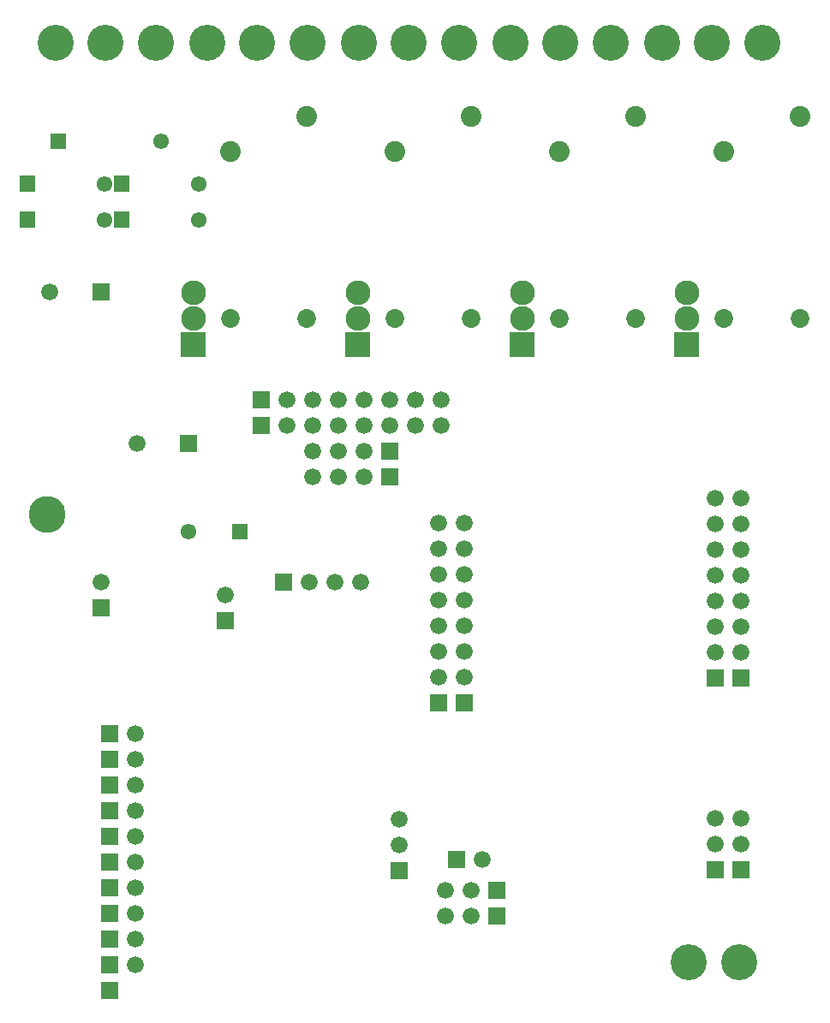
<source format=gbr>
G04 start of page 7 for group -4062 idx -4062 *
G04 Title: (unknown), soldermask *
G04 Creator: pcb 4.1.3 *
G04 CreationDate: Fri Aug 16 20:44:32 2019 UTC *
G04 For: leha *
G04 Format: Gerber/RS-274X *
G04 PCB-Dimensions (mil): 3149.61 3937.01 *
G04 PCB-Coordinate-Origin: lower left *
%MOIN*%
%FSLAX25Y25*%
%LNBOTTOMMASK*%
%ADD98C,0.1438*%
%ADD97C,0.0960*%
%ADD96C,0.0808*%
%ADD95C,0.0729*%
%ADD94C,0.0610*%
%ADD93C,0.1400*%
%ADD92C,0.0001*%
%ADD91C,0.0660*%
G54D91*X168000Y149701D03*
Y159701D03*
Y169701D03*
Y179701D03*
G54D92*G36*
X164700Y123001D02*Y116401D01*
X171300D01*
Y123001D01*
X164700D01*
G37*
G54D91*X168000Y129701D03*
Y139701D03*
Y189701D03*
X178000D03*
G54D92*G36*
X174700Y123001D02*Y116401D01*
X181300D01*
Y123001D01*
X174700D01*
G37*
G54D91*X178000Y129701D03*
Y139701D03*
Y149701D03*
Y159701D03*
Y169701D03*
Y179701D03*
G54D92*G36*
X272200Y132501D02*Y125901D01*
X278800D01*
Y132501D01*
X272200D01*
G37*
G54D91*X275500Y139201D03*
Y149201D03*
Y159201D03*
Y169201D03*
Y179201D03*
Y189201D03*
Y199201D03*
X285500D03*
G54D92*G36*
X282200Y132501D02*Y125901D01*
X288800D01*
Y132501D01*
X282200D01*
G37*
G54D91*X285500Y139201D03*
Y149201D03*
Y159201D03*
Y169201D03*
Y179201D03*
Y189201D03*
G54D92*G36*
X187200Y40001D02*Y33401D01*
X193800D01*
Y40001D01*
X187200D01*
G37*
G36*
Y50001D02*Y43401D01*
X193800D01*
Y50001D01*
X187200D01*
G37*
G54D91*X180500Y36701D03*
X170500D03*
G54D92*G36*
X171700Y62001D02*Y55401D01*
X178300D01*
Y62001D01*
X171700D01*
G37*
G54D91*X185000Y58701D03*
X180500Y46701D03*
X170500D03*
G54D93*X285000Y18701D03*
X265300D03*
G54D92*G36*
X272200Y58001D02*Y51401D01*
X278800D01*
Y58001D01*
X272200D01*
G37*
G54D91*X275500Y64701D03*
Y74701D03*
G54D92*G36*
X282200Y58001D02*Y51401D01*
X288800D01*
Y58001D01*
X282200D01*
G37*
G54D91*X285500Y64701D03*
Y74701D03*
G54D92*G36*
X104200Y170001D02*Y163401D01*
X110800D01*
Y170001D01*
X104200D01*
G37*
G54D91*X117500Y166701D03*
X127500D03*
X137500D03*
G54D92*G36*
X81700Y155001D02*Y148401D01*
X88300D01*
Y155001D01*
X81700D01*
G37*
G54D91*X85000Y161701D03*
G54D92*G36*
X87550Y189251D02*Y183151D01*
X93650D01*
Y189251D01*
X87550D01*
G37*
G36*
X33200Y160001D02*Y153401D01*
X39800D01*
Y160001D01*
X33200D01*
G37*
G36*
X36700Y111001D02*Y104401D01*
X43300D01*
Y111001D01*
X36700D01*
G37*
G54D91*X50000Y107701D03*
G54D92*G36*
X36700Y101001D02*Y94401D01*
X43300D01*
Y101001D01*
X36700D01*
G37*
G54D94*X70600Y186201D03*
G54D92*G36*
X36700Y41001D02*Y34401D01*
X43300D01*
Y41001D01*
X36700D01*
G37*
G54D91*X50000Y37701D03*
G54D92*G36*
X36700Y51001D02*Y44401D01*
X43300D01*
Y51001D01*
X36700D01*
G37*
G54D91*X50000Y47701D03*
Y97701D03*
Y87701D03*
Y77701D03*
Y67701D03*
Y57701D03*
G54D92*G36*
X36700Y91001D02*Y84401D01*
X43300D01*
Y91001D01*
X36700D01*
G37*
G36*
Y81001D02*Y74401D01*
X43300D01*
Y81001D01*
X36700D01*
G37*
G36*
Y71001D02*Y64401D01*
X43300D01*
Y71001D01*
X36700D01*
G37*
G36*
Y61001D02*Y54401D01*
X43300D01*
Y61001D01*
X36700D01*
G37*
G36*
Y31001D02*Y24401D01*
X43300D01*
Y31001D01*
X36700D01*
G37*
G54D91*X50000Y27701D03*
G54D92*G36*
X36700Y21001D02*Y14401D01*
X43300D01*
Y21001D01*
X36700D01*
G37*
G54D91*X50000Y17701D03*
G54D92*G36*
X36700Y11001D02*Y4401D01*
X43300D01*
Y11001D01*
X36700D01*
G37*
G36*
X145700Y211001D02*Y204401D01*
X152300D01*
Y211001D01*
X145700D01*
G37*
G54D91*X139000Y207701D03*
G54D92*G36*
X145700Y221001D02*Y214401D01*
X152300D01*
Y221001D01*
X145700D01*
G37*
G54D91*X139000Y217701D03*
X129000Y207701D03*
X119000D03*
X129000Y217701D03*
X119000D03*
G54D92*G36*
X149200Y57501D02*Y50901D01*
X155800D01*
Y57501D01*
X149200D01*
G37*
G54D91*X152500Y64201D03*
Y74201D03*
X149000Y227701D03*
X159000D03*
X169000D03*
G54D92*G36*
X95700Y231001D02*Y224401D01*
X102300D01*
Y231001D01*
X95700D01*
G37*
G54D91*X109000Y227701D03*
G54D92*G36*
X95700Y241001D02*Y234401D01*
X102300D01*
Y241001D01*
X95700D01*
G37*
G54D91*X109000Y237701D03*
X119000Y227701D03*
X129000D03*
X139000D03*
X119000Y237701D03*
G54D95*X116500Y269201D03*
G54D91*X129000Y237701D03*
X36500Y166701D03*
G54D92*G36*
X67200Y224001D02*Y217401D01*
X73800D01*
Y224001D01*
X67200D01*
G37*
G54D93*X78000Y376701D03*
X97400D03*
X116800D03*
X137000D03*
X156400D03*
X175800D03*
G54D96*X150972Y334161D03*
X180500Y347941D03*
G54D94*X74500Y307701D03*
G54D96*X86972Y334161D03*
X116500Y347941D03*
G54D94*X74500Y321701D03*
G54D93*X196000Y376701D03*
X215400D03*
X234800D03*
X255000D03*
X274400D03*
X293800D03*
G54D95*X278972Y269201D03*
X308500D03*
G54D96*X278972Y334161D03*
X214972D03*
X308500Y347941D03*
X244500D03*
G54D95*X214972Y269201D03*
X244500D03*
G54D92*G36*
X259700Y264001D02*Y254401D01*
X269300D01*
Y264001D01*
X259700D01*
G37*
G54D97*X264500Y269201D03*
Y279201D03*
G54D91*X139000Y237701D03*
G54D92*G36*
X131700Y264001D02*Y254401D01*
X141300D01*
Y264001D01*
X131700D01*
G37*
G54D97*X136500Y269201D03*
Y279201D03*
G54D95*X150972Y269201D03*
G54D91*X149000Y237701D03*
X159000D03*
X169000D03*
G54D95*X180500Y269201D03*
G54D92*G36*
X195700Y264001D02*Y254401D01*
X205300D01*
Y264001D01*
X195700D01*
G37*
G54D97*X200500Y269201D03*
Y279201D03*
G54D91*X50500Y220701D03*
G54D93*X57800Y376701D03*
G54D94*X60000Y338201D03*
G54D92*G36*
X41450Y310751D02*Y304651D01*
X47550D01*
Y310751D01*
X41450D01*
G37*
G36*
X4950Y324751D02*Y318651D01*
X11050D01*
Y324751D01*
X4950D01*
G37*
G36*
Y310751D02*Y304651D01*
X11050D01*
Y310751D01*
X4950D01*
G37*
G54D94*X38000Y307701D03*
G54D92*G36*
X41450Y324751D02*Y318651D01*
X47550D01*
Y324751D01*
X41450D01*
G37*
G36*
X67700Y264001D02*Y254401D01*
X77300D01*
Y264001D01*
X67700D01*
G37*
G54D97*X72500Y269201D03*
Y279201D03*
G54D95*X86972Y269201D03*
G54D93*X19000Y376701D03*
X38400D03*
G54D92*G36*
X33200Y283001D02*Y276401D01*
X39800D01*
Y283001D01*
X33200D01*
G37*
G54D91*X16500Y279701D03*
G54D92*G36*
X16950Y341251D02*Y335151D01*
X23050D01*
Y341251D01*
X16950D01*
G37*
G54D94*X38000Y321701D03*
G54D98*X15748Y192795D03*
M02*

</source>
